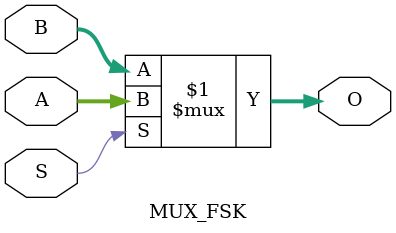
<source format=v>
module MUX_FSK(
input [11:0] A, output wire[11:0] O,
input [11:0] B,
input S);
assign O = S? A : B ;
endmodule

</source>
